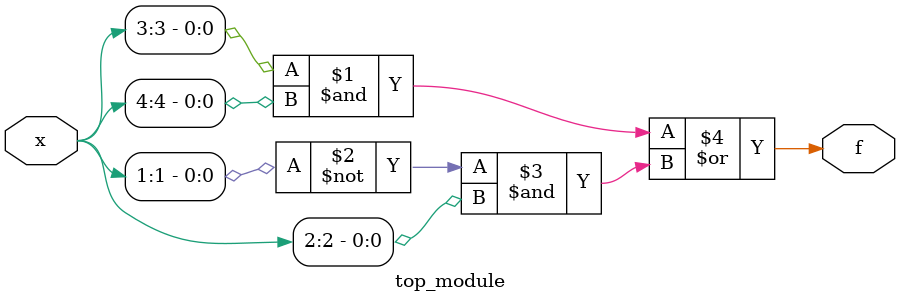
<source format=sv>
module top_module (
    input [4:1] x,
    output wire f
);

assign f = (x[3] & x[4]) | (~x[1] & x[2]);

endmodule

</source>
